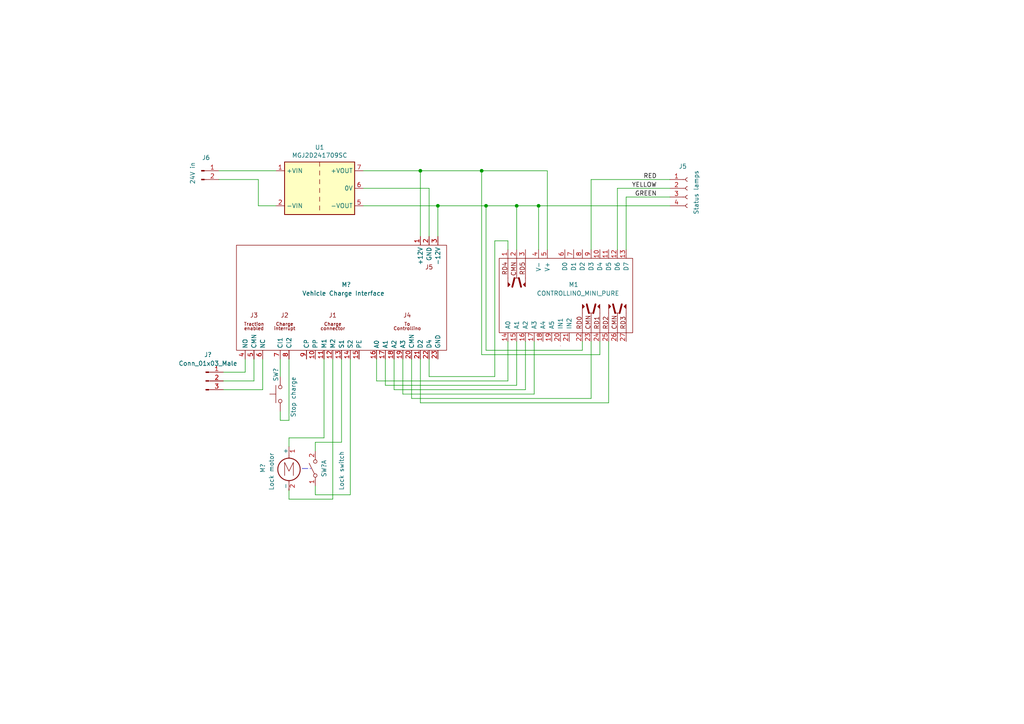
<source format=kicad_sch>
(kicad_sch (version 20211123) (generator eeschema)
  (paper "A4")
  (lib_symbols
    (symbol "Connector:Conn_01x02_Male" (pin_names (offset 1.016) hide)
      (property "Reference" "J" (at 0 2.54 0))
      (property "Value" "Conn_01x02_Male" (at 0 -5.08 0))
      (symbol "Conn_01x02_Male_1_1"
        (polyline (pts (xy 1.27 -2.54) (xy 0.8636 -2.54)) (stroke (width 0.1524)))
        (polyline (pts (xy 1.27 0) (xy 0.8636 0)) (stroke (width 0.1524)))
        (rectangle (start 0.8636 -2.413) (end 0 -2.667) (stroke (width 0.1524)) (fill (type outline)))
        (rectangle (start 0.8636 0.127) (end 0 -0.127) (stroke (width 0.1524)) (fill (type outline)))
        (pin passive line (at 5.08 0 180) (length 3.81) (name "Pin_1") (number "1"))
        (pin passive line (at 5.08 -2.54 180) (length 3.81) (name "Pin_2") (number "2"))
      )
    )
    (symbol "Connector:Conn_01x03_Male" (pin_names (offset 1.016) hide)
      (property "Reference" "J" (at 0 5.08 0))
      (property "Value" "Conn_01x03_Male" (at 0 -5.08 0))
      (symbol "Conn_01x03_Male_1_1"
        (polyline (pts (xy 1.27 -2.54) (xy 0.8636 -2.54)) (stroke (width 0.1524)))
        (polyline (pts (xy 1.27 0) (xy 0.8636 0)) (stroke (width 0.1524)))
        (polyline (pts (xy 1.27 2.54) (xy 0.8636 2.54)) (stroke (width 0.1524)))
        (rectangle (start 0.8636 -2.413) (end 0 -2.667) (stroke (width 0.1524)) (fill (type outline)))
        (rectangle (start 0.8636 0.127) (end 0 -0.127) (stroke (width 0.1524)) (fill (type outline)))
        (rectangle (start 0.8636 2.667) (end 0 2.413) (stroke (width 0.1524)) (fill (type outline)))
        (pin passive line (at 5.08 2.54 180) (length 3.81) (name "Pin_1") (number "1"))
        (pin passive line (at 5.08 0 180) (length 3.81) (name "Pin_2") (number "2"))
        (pin passive line (at 5.08 -2.54 180) (length 3.81) (name "Pin_3") (number "3"))
      )
    )
    (symbol "Connector:Conn_01x04_Female" (pin_names (offset 1.016) hide)
      (property "Reference" "J" (at 0 5.08 0))
      (property "Value" "Conn_01x04_Female" (at 0 -7.62 0))
      (symbol "Conn_01x04_Female_1_1"
        (arc (start 0 -4.572) (mid -0.508 -5.08) (end 0 -5.588) (stroke (width 0.1524)))
        (arc (start 0 -2.032) (mid -0.508 -2.54) (end 0 -3.048) (stroke (width 0.1524)))
        (polyline (pts (xy -1.27 -5.08) (xy -0.508 -5.08)) (stroke (width 0.1524)))
        (polyline (pts (xy -1.27 -2.54) (xy -0.508 -2.54)) (stroke (width 0.1524)))
        (polyline (pts (xy -1.27 0) (xy -0.508 0)) (stroke (width 0.1524)))
        (polyline (pts (xy -1.27 2.54) (xy -0.508 2.54)) (stroke (width 0.1524)))
        (arc (start 0 0.508) (mid -0.508 0) (end 0 -0.508) (stroke (width 0.1524)))
        (arc (start 0 3.048) (mid -0.508 2.54) (end 0 2.032) (stroke (width 0.1524)))
        (pin passive line (at -5.08 2.54 0) (length 3.81) (name "Pin_1") (number "1"))
        (pin passive line (at -5.08 0 0) (length 3.81) (name "Pin_2") (number "2"))
        (pin passive line (at -5.08 -2.54 0) (length 3.81) (name "Pin_3") (number "3"))
        (pin passive line (at -5.08 -5.08 0) (length 3.81) (name "Pin_4") (number "4"))
      )
    )
    (symbol "Controllino:CONTROLLINO_MINI_PURE" (pin_names (offset 1.016))
      (property "Reference" "M" (at -6.35 -19.05 0))
      (property "Value" "CONTROLLINO_MINI_PURE" (at 0.635 0 0))
      (symbol "CONTROLLINO_MINI_PURE_0_0"
        (text "CMN" (at -14.859 7.112 900) (effects (font (size 1.27 1.27))))
        (text "CMN" (at 6.731 -8.382 900) (effects (font (size 1.27 1.27))))
        (text "CMN" (at 14.351 -8.382 900) (effects (font (size 1.27 1.27))))
        (text "RD0" (at 4.191 -8.509 900) (effects (font (size 1.27 1.27))))
        (text "RD1" (at 9.271 -8.509 900) (effects (font (size 1.27 1.27))))
        (text "RD2" (at 11.811 -8.509 900) (effects (font (size 1.27 1.27))))
        (text "RD3" (at 16.891 -8.509 900) (effects (font (size 1.27 1.27))))
        (text "RD4" (at -17.399 7.239 900) (effects (font (size 1.27 1.27))))
        (text "RD5" (at -12.319 7.239 900) (effects (font (size 1.27 1.27))))
      )
      (symbol "CONTROLLINO_MINI_PURE_0_1"
        (rectangle (start -1.27 -15.24) (end -1.27 -15.24))
        (polyline (pts (xy -16.51 1.27) (xy -16.51 1.27)))
        (polyline (pts (xy -16.51 10.16) (xy -16.51 4.445)))
        (polyline (pts (xy -14.605 4.445) (xy -13.335 4.445)))
        (polyline (pts (xy -13.97 10.16) (xy -13.97 4.445)))
        (polyline (pts (xy -11.43 10.16) (xy -11.43 4.445)))
        (polyline (pts (xy 5.08 -11.43) (xy 5.08 -5.715)))
        (polyline (pts (xy 5.08 -2.54) (xy 5.08 -2.54)))
        (polyline (pts (xy 6.985 -5.715) (xy 8.255 -5.715)))
        (polyline (pts (xy 7.62 -11.43) (xy 7.62 -5.715)))
        (polyline (pts (xy 10.16 -11.43) (xy 10.16 -5.715)))
        (polyline (pts (xy 12.7 -11.43) (xy 12.7 -5.715)))
        (polyline (pts (xy 12.7 -2.54) (xy 12.7 -2.54)))
        (polyline (pts (xy 14.605 -5.715) (xy 15.875 -5.715)))
        (polyline (pts (xy 15.24 -11.43) (xy 15.24 -5.715)))
        (polyline (pts (xy 17.78 -11.43) (xy 17.78 -5.715)))
        (rectangle (start 19.685 10.16) (end -19.05 -11.43))
      )
      (symbol "CONTROLLINO_MINI_PURE_1_1"
        (polyline (pts (xy -15.24 1.905) (xy -14.605 4.445)) (stroke (width 0.508)))
        (polyline (pts (xy -12.7 1.905) (xy -13.335 4.445)) (stroke (width 0.508)))
        (polyline (pts (xy 6.35 -3.175) (xy 6.985 -5.715)) (stroke (width 0.508)))
        (polyline (pts (xy 8.89 -3.175) (xy 8.255 -5.715)) (stroke (width 0.508)))
        (polyline (pts (xy 13.97 -3.175) (xy 14.605 -5.715)) (stroke (width 0.508)))
        (polyline (pts (xy 16.51 -3.175) (xy 15.875 -5.715)) (stroke (width 0.508)))
        (polyline (pts (xy -16.51 4.445) (xy -16.51 1.905) (xy -15.875 2.54) (xy -16.51 3.175)) (fill (type outline)))
        (polyline (pts (xy -11.43 4.445) (xy -11.43 1.905) (xy -12.065 2.54) (xy -11.43 3.175)) (fill (type outline)))
        (polyline (pts (xy 5.08 -5.715) (xy 5.08 -3.175) (xy 5.715 -3.81) (xy 5.08 -4.445)) (fill (type outline)))
        (polyline (pts (xy 10.16 -5.715) (xy 10.16 -3.175) (xy 9.525 -3.81) (xy 10.16 -4.445)) (fill (type outline)))
        (polyline (pts (xy 12.7 -5.715) (xy 12.7 -3.175) (xy 13.335 -3.81) (xy 12.7 -4.445)) (fill (type outline)))
        (polyline (pts (xy 17.78 -5.715) (xy 17.78 -3.175) (xy 17.145 -3.81) (xy 17.78 -4.445)) (fill (type outline)))
        (pin passive line (at -16.51 12.7 270) (length 2.54) (name "~") (number "1"))
        (pin output line (at 10.16 12.7 270) (length 2.54) (name "D4") (number "10"))
        (pin output line (at 12.7 12.7 270) (length 2.54) (name "D5") (number "11"))
        (pin output line (at 15.24 12.7 270) (length 2.54) (name "D6") (number "12"))
        (pin output line (at 17.78 12.7 270) (length 2.54) (name "D7") (number "13"))
        (pin input line (at -16.51 -13.97 90) (length 2.54) (name "A0") (number "14"))
        (pin input line (at -13.97 -13.97 90) (length 2.54) (name "A1") (number "15"))
        (pin input line (at -11.43 -13.97 90) (length 2.54) (name "A2") (number "16"))
        (pin input line (at -8.89 -13.97 90) (length 2.54) (name "A3") (number "17"))
        (pin input line (at -6.35 -13.97 90) (length 2.54) (name "A4") (number "18"))
        (pin input line (at -3.81 -13.97 90) (length 2.54) (name "A5") (number "19"))
        (pin passive line (at -13.97 12.7 270) (length 2.54) (name "~") (number "2"))
        (pin input line (at -1.27 -13.97 90) (length 2.54) (name "IN1") (number "20"))
        (pin input line (at 1.27 -13.97 90) (length 2.54) (name "IN2") (number "21"))
        (pin passive line (at 5.08 -13.97 90) (length 2.54) (name "~") (number "22"))
        (pin passive line (at 7.62 -13.97 90) (length 2.54) (name "~") (number "23"))
        (pin passive line (at 10.16 -13.97 90) (length 2.54) (name "~") (number "24"))
        (pin passive line (at 12.7 -13.97 90) (length 2.54) (name "~") (number "25"))
        (pin passive line (at 15.24 -13.97 90) (length 2.54) (name "~") (number "26"))
        (pin passive line (at 17.78 -13.97 90) (length 2.54) (name "~") (number "27"))
        (pin passive line (at -11.43 12.7 270) (length 2.54) (name "~") (number "3"))
        (pin power_in line (at -7.62 12.7 270) (length 2.54) (name "V-") (number "4"))
        (pin power_in line (at -5.08 12.7 270) (length 2.54) (name "V+") (number "5"))
        (pin output line (at 0 12.7 270) (length 2.54) (name "D0") (number "6"))
        (pin output line (at 2.54 12.7 270) (length 2.54) (name "D1") (number "7"))
        (pin output line (at 5.08 12.7 270) (length 2.54) (name "D2") (number "8"))
        (pin output line (at 7.62 12.7 270) (length 2.54) (name "D3") (number "9"))
      )
    )
    (symbol "Converter_DCDC:MGJ2D241709SC"
      (property "Reference" "U" (at 0 11.43 0))
      (property "Value" "MGJ2D241709SC" (at 0 8.89 0))
      (symbol "MGJ2D241709SC_0_1"
        (rectangle (start -10.16 7.62) (end 10.16 -7.62) (stroke (width 0.254)) (fill (type background)))
        (polyline (pts (xy 0 -5.08) (xy 0 -6.35)))
        (polyline (pts (xy 0 -2.54) (xy 0 -3.81)))
        (polyline (pts (xy 0 0) (xy 0 -1.27)))
        (polyline (pts (xy 0 2.54) (xy 0 1.27)))
        (polyline (pts (xy 0 5.08) (xy 0 3.81)))
        (polyline (pts (xy 0 7.62) (xy 0 6.35)))
      )
      (symbol "MGJ2D241709SC_1_1"
        (pin power_in line (at -12.7 5.08 0) (length 2.54) (name "+VIN") (number "1"))
        (pin power_in line (at -12.7 -5.08 0) (length 2.54) (name "-VIN") (number "2"))
        (pin power_out line (at 12.7 -5.08 180) (length 2.54) (name "-VOUT") (number "5"))
        (pin power_out line (at 12.7 0 180) (length 2.54) (name "0V") (number "6"))
        (pin power_out line (at 12.7 5.08 180) (length 2.54) (name "+VOUT") (number "7"))
      )
    )
    (symbol "Module:Vehicle Charge Interface"
      (property "Reference" "M?" (at 0 -1.27 0))
      (property "Value" "Vehicle Charge Interface" (at 0 1.27 0))
      (symbol "Vehicle Charge Interface_0_0"
        (text "Charge" (at -17.78 -8.89 0) (effects (font (size 0.96 0.96))))
        (text "Charge" (at -3.81 -8.89 0) (effects (font (size 0.96 0.96))))
        (text "connector" (at -3.81 -10.16 0) (effects (font (size 0.96 0.96))))
        (text "Controllino" (at 17.78 -10.16 0) (effects (font (size 0.96 0.96))))
        (text "enabled" (at -26.67 -10.16 0) (effects (font (size 0.96 0.96))))
        (text "interrupt" (at -17.78 -10.16 0) (effects (font (size 0.96 0.96))))
        (text "J1" (at -3.81 -6.35 0) (effects (font (size 1.27 1.27))))
        (text "J2" (at -17.78 -6.35 0) (effects (font (size 1.27 1.27))))
        (text "J3" (at -26.67 -6.35 0) (effects (font (size 1.27 1.27))))
        (text "J4" (at 17.78 -6.35 0) (effects (font (size 1.27 1.27))))
        (text "J5" (at 24.13 7.62 0) (effects (font (size 1.27 1.27))))
        (text "To" (at 17.78 -8.89 0) (effects (font (size 0.96 0.96))))
        (text "Traction" (at -26.67 -8.89 0) (effects (font (size 0.96 0.96))))
      )
      (symbol "Vehicle Charge Interface_0_1"
        (rectangle (start -31.75 13.97) (end 29.21 -16.51))
      )
      (symbol "Vehicle Charge Interface_1_1"
        (pin power_in line (at 21.59 16.51 270) (length 2.54) (name "+12V") (number "1"))
        (pin input line (at -8.89 -19.05 90) (length 2.54) (name "PP") (number "10"))
        (pin output line (at -6.35 -19.05 90) (length 2.54) (name "M1") (number "11"))
        (pin output line (at -3.81 -19.05 90) (length 2.54) (name "M2") (number "12"))
        (pin input line (at -1.27 -19.05 90) (length 2.54) (name "S1") (number "13"))
        (pin input line (at 1.27 -19.05 90) (length 2.54) (name "S2") (number "14"))
        (pin input line (at 3.81 -19.05 90) (length 2.54) (name "PE") (number "15"))
        (pin output line (at 8.89 -19.05 90) (length 2.54) (name "A0") (number "16"))
        (pin output line (at 11.43 -19.05 90) (length 2.54) (name "A1") (number "17"))
        (pin output line (at 13.97 -19.05 90) (length 2.54) (name "A2") (number "18"))
        (pin output line (at 16.51 -19.05 90) (length 2.54) (name "A3") (number "19"))
        (pin power_in line (at 24.13 16.51 270) (length 2.54) (name "GND") (number "2"))
        (pin output line (at 19.05 -19.05 90) (length 2.54) (name "CMN") (number "20"))
        (pin output line (at 21.59 -19.05 90) (length 2.54) (name "D2") (number "21"))
        (pin output line (at 24.13 -19.05 90) (length 2.54) (name "D4") (number "22"))
        (pin output line (at 26.67 -19.05 90) (length 2.54) (name "GND") (number "23"))
        (pin power_in line (at 26.67 16.51 270) (length 2.54) (name "-12V") (number "3"))
        (pin output line (at -29.21 -19.05 90) (length 2.54) (name "NO") (number "4"))
        (pin output line (at -26.67 -19.05 90) (length 2.54) (name "CMN") (number "5"))
        (pin output line (at -24.13 -19.05 90) (length 2.54) (name "NC") (number "6"))
        (pin input line (at -19.05 -19.05 90) (length 2.54) (name "CI1") (number "7"))
        (pin input line (at -16.51 -19.05 90) (length 2.54) (name "CI2") (number "8"))
        (pin input line (at -11.43 -19.05 90) (length 2.54) (name "CP") (number "9"))
      )
    )
    (symbol "Motor:Motor_DC" (pin_names (offset 0))
      (property "Reference" "M" (at 2.54 2.54 0))
      (property "Value" "Motor_DC" (at 2.54 -5.08 0))
      (symbol "Motor_DC_0_0"
        (polyline (pts (xy -1.27 -3.302) (xy -1.27 0.508) (xy 0 -2.032) (xy 1.27 0.508) (xy 1.27 -3.302)))
      )
      (symbol "Motor_DC_0_1"
        (circle (center 0 -1.524) (radius 3.2512) (stroke (width 0.254)))
        (polyline (pts (xy 0 -7.62) (xy 0 -7.112)))
        (polyline (pts (xy 0 -4.7752) (xy 0 -5.1816)))
        (polyline (pts (xy 0 1.7272) (xy 0 2.0828)))
        (polyline (pts (xy 0 2.032) (xy 0 2.54)))
      )
      (symbol "Motor_DC_1_1"
        (pin passive line (at 0 5.08 270) (length 2.54) (name "+") (number "1"))
        (pin passive line (at 0 -7.62 90) (length 2.54) (name "-") (number "2"))
      )
    )
    (symbol "Switch:SW_DPST_x2" (pin_names (offset 0) hide)
      (property "Reference" "SW" (at 0 3.175 0))
      (property "Value" "SW_DPST_x2" (at 0 -2.54 0))
      (symbol "SW_DPST_x2_0_0"
        (circle (center -2.032 0) (radius 0.508))
        (polyline (pts (xy -1.524 0.254) (xy 1.524 1.778)))
        (circle (center 2.032 0) (radius 0.508))
      )
      (symbol "SW_DPST_x2_1_1"
        (pin passive line (at -5.08 0 0) (length 2.54) (name "A") (number "1"))
        (pin passive line (at 5.08 0 180) (length 2.54) (name "B") (number "2"))
      )
      (symbol "SW_DPST_x2_2_1"
        (pin passive line (at -5.08 0 0) (length 2.54) (name "A") (number "3"))
        (pin passive line (at 5.08 0 180) (length 2.54) (name "B") (number "4"))
      )
    )
    (symbol "Switch:SW_Push" (pin_numbers hide) (pin_names (offset 1.016) hide)
      (property "Reference" "SW" (at 1.27 2.54 0))
      (property "Value" "SW_Push" (at 0 -1.524 0))
      (symbol "SW_Push_0_1"
        (circle (center -2.032 0) (radius 0.508))
        (polyline (pts (xy 0 1.27) (xy 0 3.048)))
        (polyline (pts (xy 2.54 1.27) (xy -2.54 1.27)))
        (circle (center 2.032 0) (radius 0.508))
        (pin passive line (at -5.08 0 0) (length 2.54) (name "1") (number "1"))
        (pin passive line (at 5.08 0 180) (length 2.54) (name "2") (number "2"))
      )
    )
  )
  (junction (at 140.97 59.69))
  (junction (at 139.7 49.53))
  (junction (at 156.21 59.69))
  (junction (at 149.86 59.69))
  (junction (at 121.92 49.53))
  (junction (at 127 59.69))
  (wire (pts (xy 147.32 110.49) (xy 147.32 99.06)))
  (wire (pts (xy 109.22 110.49) (xy 147.32 110.49)))
  (wire (pts (xy 139.7 49.53) (xy 139.7 102.87)))
  (wire (pts (xy 179.07 72.39) (xy 179.07 54.61)))
  (wire (pts (xy 181.61 57.15) (xy 194.31 57.15)))
  (wire (pts (xy 116.84 104.14) (xy 116.84 114.3)))
  (wire (pts (xy 114.3 104.14) (xy 114.3 113.03)))
  (wire (pts (xy 124.46 54.61) (xy 124.46 68.58)))
  (wire (pts (xy 109.22 104.14) (xy 109.22 110.49)))
  (wire (pts (xy 81.28 104.14) (xy 81.28 109.22)))
  (wire (pts (xy 179.07 54.61) (xy 194.31 54.61)))
  (wire (pts (xy 96.52 104.14) (xy 96.52 144.78)))
  (wire (pts (xy 111.76 104.14) (xy 111.76 111.76)))
  (wire (pts (xy 143.51 69.85) (xy 147.32 69.85)))
  (wire (pts (xy 140.97 59.69) (xy 140.97 101.6)))
  (wire (pts (xy 83.82 104.14) (xy 83.82 121.92)))
  (wire (pts (xy 91.44 128.27) (xy 99.06 128.27)))
  (wire (pts (xy 71.12 107.95) (xy 71.12 104.14)))
  (wire (pts (xy 127 59.69) (xy 140.97 59.69)))
  (wire (pts (xy 121.92 116.84) (xy 176.53 116.84)))
  (wire (pts (xy 181.61 72.39) (xy 181.61 57.15)))
  (wire (pts (xy 73.66 110.49) (xy 73.66 104.14)))
  (polyline (pts (xy 87.63 135.89) (xy 90.17 135.89)))
  (wire (pts (xy 119.38 115.57) (xy 171.45 115.57)))
  (wire (pts (xy 91.44 140.97) (xy 91.44 143.51)))
  (wire (pts (xy 81.28 121.92) (xy 81.28 119.38)))
  (wire (pts (xy 83.82 144.78) (xy 83.82 142.24)))
  (wire (pts (xy 158.75 49.53) (xy 158.75 72.39)))
  (wire (pts (xy 127 59.69) (xy 127 68.58)))
  (wire (pts (xy 139.7 49.53) (xy 121.92 49.53)))
  (wire (pts (xy 74.93 59.69) (xy 80.01 59.69)))
  (wire (pts (xy 149.86 111.76) (xy 149.86 99.06)))
  (wire (pts (xy 173.99 102.87) (xy 139.7 102.87)))
  (wire (pts (xy 114.3 113.03) (xy 152.4 113.03)))
  (wire (pts (xy 99.06 104.14) (xy 99.06 128.27)))
  (wire (pts (xy 91.44 143.51) (xy 101.6 143.51)))
  (wire (pts (xy 154.94 114.3) (xy 154.94 99.06)))
  (wire (pts (xy 64.77 110.49) (xy 73.66 110.49)))
  (wire (pts (xy 64.77 107.95) (xy 71.12 107.95)))
  (wire (pts (xy 105.41 54.61) (xy 124.46 54.61)))
  (wire (pts (xy 121.92 104.14) (xy 121.92 116.84)))
  (wire (pts (xy 168.91 99.06) (xy 168.91 101.6)))
  (wire (pts (xy 124.46 109.22) (xy 143.51 109.22)))
  (wire (pts (xy 116.84 114.3) (xy 154.94 114.3)))
  (wire (pts (xy 91.44 130.81) (xy 91.44 128.27)))
  (wire (pts (xy 140.97 59.69) (xy 149.86 59.69)))
  (wire (pts (xy 80.01 49.53) (xy 63.5 49.53)))
  (wire (pts (xy 176.53 116.84) (xy 176.53 99.06)))
  (wire (pts (xy 121.92 49.53) (xy 121.92 68.58)))
  (wire (pts (xy 149.86 59.69) (xy 156.21 59.69)))
  (wire (pts (xy 119.38 104.14) (xy 119.38 115.57)))
  (wire (pts (xy 168.91 101.6) (xy 140.97 101.6)))
  (wire (pts (xy 105.41 59.69) (xy 127 59.69)))
  (wire (pts (xy 93.98 104.14) (xy 93.98 127)))
  (wire (pts (xy 83.82 121.92) (xy 81.28 121.92)))
  (wire (pts (xy 76.2 113.03) (xy 76.2 104.14)))
  (wire (pts (xy 149.86 59.69) (xy 149.86 72.39)))
  (wire (pts (xy 101.6 104.14) (xy 101.6 143.51)))
  (wire (pts (xy 64.77 113.03) (xy 76.2 113.03)))
  (wire (pts (xy 156.21 59.69) (xy 194.31 59.69)))
  (wire (pts (xy 121.92 49.53) (xy 105.41 49.53)))
  (wire (pts (xy 173.99 99.06) (xy 173.99 102.87)))
  (wire (pts (xy 152.4 113.03) (xy 152.4 99.06)))
  (wire (pts (xy 143.51 109.22) (xy 143.51 69.85)))
  (wire (pts (xy 111.76 111.76) (xy 149.86 111.76)))
  (wire (pts (xy 156.21 59.69) (xy 156.21 72.39)))
  (wire (pts (xy 63.5 52.07) (xy 74.93 52.07)))
  (wire (pts (xy 74.93 52.07) (xy 74.93 59.69)))
  (wire (pts (xy 124.46 104.14) (xy 124.46 109.22)))
  (wire (pts (xy 83.82 127) (xy 83.82 129.54)))
  (wire (pts (xy 158.75 49.53) (xy 139.7 49.53)))
  (wire (pts (xy 93.98 127) (xy 83.82 127)))
  (wire (pts (xy 147.32 69.85) (xy 147.32 72.39)))
  (wire (pts (xy 171.45 52.07) (xy 194.31 52.07)))
  (wire (pts (xy 171.45 99.06) (xy 171.45 115.57)))
  (wire (pts (xy 96.52 144.78) (xy 83.82 144.78)))
  (wire (pts (xy 171.45 72.39) (xy 171.45 52.07)))
  (label "YELLOW" (at 190.5 54.61 180))
  (label "GREEN" (at 190.5 57.15 180))
  (label "RED" (at 190.5 52.07 180))
  (symbol (lib_id "Converter_DCDC:MGJ2D241709SC") (at 92.71 54.61 0) (unit 1)
    (property "Reference" "U1" (at 92.71 42.7482 0))
    (property "Value" "MGJ2D241709SC" (at 92.71 45.0596 0))
    (property "Footprint" "Converter_DCDC:Converter_DCDC_Murata_MGJ2DxxxxxxSC_THT" (effects hide))
    (property "Datasheet" "https://power.murata.com/pub/data/power/ncl/kdc_mgj2.pdf" (effects hide))
  )
  (symbol (lib_id "Connector:Conn_01x02_Male") (at 58.42 49.53 0) (unit 1)
    (property "Reference" "J6" (at 60.96 45.72 0) (effects (justify right)))
    (property "Value" "24V in" (at 55.88 46.99 90) (effects (justify right)))
  )
  (symbol (lib_id "Connector:Conn_01x04_Female") (at 199.39 54.61 0) (unit 1)
    (property "Reference" "J5" (at 196.85 48.26 0) (effects (justify left)))
    (property "Value" "Status lamps" (at 201.93 62.23 90) (effects (justify left)))
  )
  (symbol (lib_id "Controllino:CONTROLLINO_MINI_PURE") (at 163.83 85.09 0) (unit 1)
    (property "Reference" "M1" (at 166.37 82.55 0))
    (property "Value" "CONTROLLINO_MINI_PURE" (at 167.64 85.09 0))
  )
  (symbol (lib_id "Motor:Motor_DC") (at 83.82 134.62 0) (unit 1)
    (property "Reference" "M?" (at 76.2 137.16 90) (effects (justify left)))
    (property "Value" "Lock motor" (at 78.74 142.24 90) (effects (justify left)))
  )
  (symbol (lib_id "Module:Vehicle Charge Interface") (at 100.33 85.09 0) (unit 1)
    (property "Reference" "M?" (at 99.06 82.55 0) (effects (justify left)))
    (property "Value" "Vehicle Charge Interface" (at 87.63 85.09 0) (effects (justify left)))
  )
  (symbol (lib_id "Switch:SW_DPST_x2") (at 91.44 135.89 90) (unit 1)
    (property "Reference" "SW?" (at 93.98 133.35 0) (effects (justify right)))
    (property "Value" "Lock switch" (at 99.06 130.81 0) (effects (justify right)))
  )
  (symbol (lib_id "Connector:Conn_01x03_Male") (at 59.69 110.49 0) (unit 1)
    (property "Reference" "J?" (at 60.325 102.87 0))
    (property "Value" "Conn_01x03_Male" (at 60.325 105.41 0))
  )
  (symbol (lib_id "Switch:SW_Push") (at 81.28 114.3 90) (unit 1)
    (property "Reference" "SW?" (at 80.01 106.68 0) (effects (justify right)))
    (property "Value" "Stop charge" (at 85.09 109.22 0) (effects (justify right)))
  )
)
</source>
